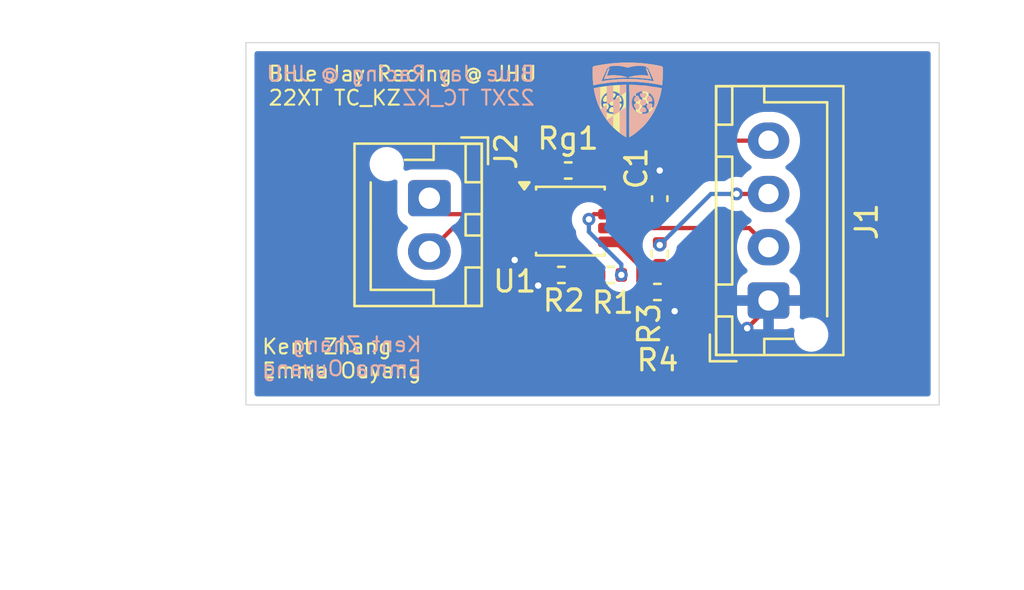
<source format=kicad_pcb>
(kicad_pcb (version 20241229) (generator "pcbnew") (generator_version "9.0")
  (layers (0 "F.Cu" signal) (2 "B.Cu" signal) (13 "F.Paste" user) (15 "B.Paste" user) (5 "F.SilkS" user "F.Silkscreen") (7 "B.SilkS" user "B.Silkscreen") (1 "F.Mask" user) (3 "B.Mask" user) (25 "Edge.Cuts" user))
  (net 0 "")
  (net 1 "5V_buck")
  (net 2 "GND")
  (net 3 "5V_ref")
  (net 4 "TC_OUT")
  (net 5 "TC-")
  (net 6 "TC+")
  (net 7 "Net-(U1-Ref)")
  (net 8 "Net-(Rg1-Pad1)")
  (net 9 "Net-(Rg1-Pad2)")
  (footprint "Connector_JST:JST_XH_B4B-XH-AM_1x04_P2.50mm_Vertical" (layer "F.Cu") (at 143 88.6 90)
    (property "Reference" "J1" (at 3.7 4.6 90) (layer "F.SilkS"))
    (property "Value" "Conn_01x04")
    (pad "" np_thru_hole circle (at -1.6 2 90) (size 1.2 1.2) (drill 1.2) (layers "*.Cu" "*.Mask"))
    (pad "1" thru_hole roundrect (at 0 0 90) (size 1.7 1.95) (drill 0.95) (layers "*.Cu" "*.Mask") (roundrect_rratio 0.147059) (net 2 "GND"))
    (pad "2" thru_hole oval (at 2.5 0 90) (size 1.7 1.95) (drill 0.95) (layers "*.Cu" "*.Mask") (net 4 "TC_OUT"))
    (pad "3" thru_hole oval (at 5 0 90) (size 1.7 1.95) (drill 0.95) (layers "*.Cu" "*.Mask") (net 3 "5V_ref"))
    (pad "4" thru_hole oval (at 7.5 0 90) (size 1.7 1.95) (drill 0.95) (layers "*.Cu" "*.Mask") (net 1 "5V_buck"))
  )
  (footprint "Resistor_SMD:R_0402_1005Metric" (layer "F.Cu") (at 135.59 87.4 180)
    (property "Reference" "R1" (at -0.11 -1.3 0) (layer "F.SilkS"))
    (property "Value" "10k")
    (pad "1" smd roundrect (at -0.51 0 180) (size 0.54 0.64) (layers "F.Cu" "F.Mask" "F.Paste") (net 1 "5V_buck"))
    (pad "2" smd roundrect (at 0.51 0 180) (size 0.54 0.64) (layers "F.Cu" "F.Mask" "F.Paste") (net 6 "TC+"))
  )
  (footprint "22xt_tc:BJR_LOGO" (layer "F.Cu") (at 136.4 79.2)
    (property "Reference" "G***" (hide yes))
    (property "Value" "BJR_LOGO" (hide yes))
  )
  (footprint "Connector_JST:JST_XH_B2B-XH-AM_1x02_P2.50mm_Vertical" (layer "F.Cu") (at 127.1 83.8 -90)
    (property "Reference" "J2" (at -2.2 -3.6 270) (layer "F.SilkS"))
    (property "Value" "Conn_01x02")
    (pad "" np_thru_hole circle (at -1.6 2 270) (size 1.2 1.2) (drill 1.2) (layers "*.Cu" "*.Mask"))
    (pad "1" thru_hole roundrect (at 0 0 270) (size 1.7 2) (drill 1) (layers "*.Cu" "*.Mask") (roundrect_rratio 0.147059) (net 5 "TC-"))
    (pad "2" thru_hole oval (at 2.5 0 270) (size 1.7 2) (drill 1) (layers "*.Cu" "*.Mask") (net 6 "TC+"))
  )
  (footprint "Resistor_SMD:R_0402_1005Metric" (layer "F.Cu") (at 133.29 87.4 180)
    (property "Reference" "R2" (at -0.11 -1.2 180) (layer "F.SilkS"))
    (property "Value" "10k")
    (pad "1" smd roundrect (at -0.51 0 180) (size 0.54 0.64) (layers "F.Cu" "F.Mask" "F.Paste") (net 6 "TC+"))
    (pad "2" smd roundrect (at 0.51 0 180) (size 0.54 0.64) (layers "F.Cu" "F.Mask" "F.Paste") (net 2 "GND"))
  )
  (footprint "Resistor_SMD:R_0402_1005Metric" (layer "F.Cu") (at 137.79 88.2)
    (property "Reference" "R4" (at 0.01 3.2 0) (layer "F.SilkS"))
    (property "Value" "100")
    (pad "1" smd roundrect (at -0.51 0) (size 0.54 0.64) (layers "F.Cu" "F.Mask" "F.Paste") (net 7 "Net-(U1-Ref)"))
    (pad "2" smd roundrect (at 0.51 0) (size 0.54 0.64) (layers "F.Cu" "F.Mask" "F.Paste") (net 2 "GND"))
  )
  (footprint "Resistor_SMD:R_0402_1005Metric" (layer "F.Cu") (at 133.61 82.5)
    (property "Reference" "Rg1" (at -0.01 -1.5 0) (layer "F.SilkS"))
    (property "Value" "137")
    (pad "1" smd roundrect (at -0.51 0) (size 0.54 0.64) (layers "F.Cu" "F.Mask" "F.Paste") (net 8 "Net-(Rg1-Pad1)"))
    (pad "2" smd roundrect (at 0.51 0) (size 0.54 0.64) (layers "F.Cu" "F.Mask" "F.Paste") (net 9 "Net-(Rg1-Pad2)"))
  )
  (footprint "Resistor_SMD:R_0402_1005Metric" (layer "F.Cu") (at 137.9 86.41 -90)
    (property "Reference" "R3" (at 3.29 0.5 90) (layer "F.SilkS"))
    (property "Value" "49.3k")
    (pad "1" smd roundrect (at -0.51 0 270) (size 0.54 0.64) (layers "F.Cu" "F.Mask" "F.Paste") (net 3 "5V_ref"))
    (pad "2" smd roundrect (at 0.51 0 270) (size 0.54 0.64) (layers "F.Cu" "F.Mask" "F.Paste") (net 7 "Net-(U1-Ref)"))
  )
  (footprint "Package_SO:VSSOP-8_3x3mm_P0.65mm" (layer "F.Cu") (at 133.7125 84.875)
    (property "Reference" "U1" (at -2.6125 2.825 0) (layer "F.SilkS"))
    (property "Value" "INA333xxDGK")
    (pad "1" smd roundrect (at -2.1125 -0.975) (size 1.625 0.5) (layers "F.Cu" "F.Mask" "F.Paste") (net 8 "Net-(Rg1-Pad1)"))
    (pad "2" smd roundrect (at -2.1125 -0.325) (size 1.625 0.5) (layers "F.Cu" "F.Mask" "F.Paste") (net 5 "TC-"))
    (pad "3" smd roundrect (at -2.1125 0.325) (size 1.625 0.5) (layers "F.Cu" "F.Mask" "F.Paste") (net 6 "TC+"))
    (pad "4" smd roundrect (at -2.1125 0.975) (size 1.625 0.5) (layers "F.Cu" "F.Mask" "F.Paste") (net 2 "GND"))
    (pad "5" smd roundrect (at 2.1125 0.975) (size 1.625 0.5) (layers "F.Cu" "F.Mask" "F.Paste") (net 7 "Net-(U1-Ref)"))
    (pad "6" smd roundrect (at 2.1125 0.325) (size 1.625 0.5) (layers "F.Cu" "F.Mask" "F.Paste") (net 4 "TC_OUT"))
    (pad "7" smd roundrect (at 2.1125 -0.325) (size 1.625 0.5) (layers "F.Cu" "F.Mask" "F.Paste") (net 1 "5V_buck"))
    (pad "8" smd roundrect (at 2.1125 -0.975) (size 1.625 0.5) (layers "F.Cu" "F.Mask" "F.Paste") (net 9 "Net-(Rg1-Pad2)"))
  )
  (footprint "Capacitor_SMD:C_0402_1005Metric" (layer "F.Cu") (at 137.9 83.82 90)
    (property "Reference" "C1" (at 1.42 -1.1 90) (layer "F.SilkS"))
    (property "Value" ".1 uF")
    (pad "1" smd roundrect (at -0.48 0 90) (size 0.56 0.62) (layers "F.Cu" "F.Mask" "F.Paste") (net 1 "5V_buck"))
    (pad "2" smd roundrect (at 0.48 0 90) (size 0.56 0.62) (layers "F.Cu" "F.Mask" "F.Paste") (net 2 "GND"))
  )
  (footprint "22xt_tc:BJR_LOGO" (layer "B.Cu") (at 136.4 79.2 180)
    (property "Reference" "G***" (hide yes))
    (property "Value" "BJR_LOGO" (hide yes))
  )
  (gr_rect (start 118.5 76.5) (end 151 93.5) (stroke (width 0.05)) (fill no) (layer "Edge.Cuts"))
  (gr_text "Kent Zhang\nEmma Ouyang" (at 119.2 92.3 0) (layer "F.SilkS") (effects (font (size 0.7 0.7) (thickness 0.1)) (justify left bottom)))
  (gr_text "Blue Jay Racing @ JHU\n22XT TC_KZ" (at 119.5 79.5 0) (layer "F.SilkS") (effects (font (size 0.7 0.7) (thickness 0.1)) (justify left bottom)))
  (gr_text "Blue Jay Racing @ JHU\n22XT TC_KZ" (at 132.1 79.5 0) (layer "B.SilkS") (effects (font (size 0.7 0.7) (thickness 0.1)) (justify left bottom mirror)))
  (gr_text "Kent Zhang\nEmma Ouyang" (at 126.8 92.2 0) (layer "B.SilkS") (effects (font (size 0.7 0.7) (thickness 0.1)) (justify left bottom mirror)))
  (segment (start 141.1 81.1) (end 143 81.1) (width 0.2) (layer "F.Cu") (net 1))
  (segment (start 135.825 84.55) (end 137.65 84.55) (width 0.2) (layer "F.Cu") (net 1))
  (segment (start 135.825 84.55) (end 134.818616 84.55) (width 0.2) (layer "F.Cu") (net 1))
  (segment (start 137.9 84.3) (end 141.1 81.1) (width 0.2) (layer "F.Cu") (net 1))
  (segment (start 134.818616 84.55) (end 134.579607 84.789009) (width 0.2) (layer "F.Cu") (net 1))
  (segment (start 137.65 84.55) (end 137.9 84.3) (width 0.2) (layer "F.Cu") (net 1))
  (via (at 136.1 87.4) (size 0.6) (drill 0.3) (layers "F.Cu" "B.Cu") (net 1))
  (via (at 134.579607 84.789009) (size 0.6) (drill 0.3) (layers "F.Cu" "B.Cu") (net 1))
  (segment (start 134.579607 85.379607) (end 136.1 86.9) (width 0.2) (layer "B.Cu") (net 1))
  (segment (start 134.579607 84.789009) (end 134.579607 85.379607) (width 0.2) (layer "B.Cu") (net 1))
  (segment (start 136.1 86.9) (end 136.1 87.4) (width 0.2) (layer "B.Cu") (net 1))
  (segment (start 131.6 86.2) (end 131.1 86.7) (width 0.2) (layer "F.Cu") (net 2))
  (segment (start 132.7 87.4) (end 132.2 87.9) (width 0.2) (layer "F.Cu") (net 2))
  (segment (start 143 88.9) (end 142 89.9) (width 0.2) (layer "F.Cu") (net 2))
  (segment (start 132.78 87.4) (end 132.7 87.4) (width 0.2) (layer "F.Cu") (net 2))
  (segment (start 138.3 88.2) (end 138.3 88.8) (width 0.2) (layer "F.Cu") (net 2))
  (segment (start 138.3 88.8) (end 138.6 89.1) (width 0.2) (layer "F.Cu") (net 2))
  (segment (start 143 88.6) (end 143 88.9) (width 0.2) (layer "F.Cu") (net 2))
  (segment (start 137.9 83.34) (end 137.9 82.5) (width 0.2) (layer "F.Cu") (net 2))
  (segment (start 131.6 85.85) (end 131.6 86.2) (width 0.2) (layer "F.Cu") (net 2))
  (via (at 138.6 89.1) (size 0.6) (drill 0.3) (layers "F.Cu" "B.Cu") (net 2))
  (via (at 132.2 87.9) (size 0.6) (drill 0.3) (layers "F.Cu" "B.Cu") (net 2))
  (via (at 131.1 86.7) (size 0.6) (drill 0.3) (layers "F.Cu" "B.Cu") (net 2))
  (via (at 142 89.9) (size 0.6) (drill 0.3) (layers "F.Cu" "B.Cu") (net 2))
  (via (at 137.9 82.5) (size 0.6) (drill 0.3) (layers "F.Cu" "B.Cu") (net 2))
  (segment (start 141.5 83.6) (end 143 83.6) (width 0.2) (layer "F.Cu") (net 3))
  (segment (start 137.9 85.9) (end 137.9 86) (width 0.2) (layer "F.Cu") (net 3))
  (via (at 141.5 83.6) (size 0.6) (drill 0.3) (layers "F.Cu" "B.Cu") (net 3))
  (via (at 137.9 86) (size 0.6) (drill 0.3) (layers "F.Cu" "B.Cu") (net 3))
  (segment (start 140.3 83.6) (end 141.5 83.6) (width 0.2) (layer "B.Cu") (net 3))
  (segment (start 137.9 86) (end 140.3 83.6) (width 0.2) (layer "B.Cu") (net 3))
  (segment (start 142.1 85.2) (end 143 86.1) (width 0.2) (layer "F.Cu") (net 4))
  (segment (start 135.825 85.2) (end 142.1 85.2) (width 0.2) (layer "F.Cu") (net 4))
  (segment (start 127.1 83.8) (end 127.85 84.55) (width 0.2) (layer "F.Cu") (net 5))
  (segment (start 127.85 84.55) (end 131.6 84.55) (width 0.2) (layer "F.Cu") (net 5))
  (segment (start 127.1 86.3) (end 128.2 85.2) (width 0.2) (layer "F.Cu") (net 6))
  (segment (start 128.2 85.2) (end 131.6 85.2) (width 0.2) (layer "F.Cu") (net 6))
  (segment (start 132.412499 85.2) (end 131.6 85.2) (width 0.2) (layer "F.Cu") (net 6))
  (segment (start 133.8 87.4) (end 135.08 87.4) (width 0.2) (layer "F.Cu") (net 6))
  (segment (start 133.8 87.4) (end 133.8 86.587501) (width 0.2) (layer "F.Cu") (net 6))
  (segment (start 133.8 86.587501) (end 132.412499 85.2) (width 0.2) (layer "F.Cu") (net 6))
  (segment (start 136.9 87.7) (end 136.9 86.925) (width 0.2) (layer "F.Cu") (net 7))
  (segment (start 137.28 88.2) (end 137.28 88.08) (width 0.2) (layer "F.Cu") (net 7))
  (segment (start 137.9 87) (end 137.7 87.2) (width 0.2) (layer "F.Cu") (net 7))
  (segment (start 136.9 86.925) (end 135.825 85.85) (width 0.2) (layer "F.Cu") (net 7))
  (segment (start 137.175 87.2) (end 136.9 86.925) (width 0.2) (layer "F.Cu") (net 7))
  (segment (start 137.7 87.2) (end 137.175 87.2) (width 0.2) (layer "F.Cu") (net 7))
  (segment (start 137.28 88.08) (end 136.9 87.7) (width 0.2) (layer "F.Cu") (net 7))
  (segment (start 137.9 86.92) (end 137.9 87) (width 0.2) (layer "F.Cu") (net 7))
  (segment (start 133.1 82.5) (end 133 82.5) (width 0.2) (layer "F.Cu") (net 8))
  (segment (start 133 82.5) (end 131.6 83.9) (width 0.2) (layer "F.Cu") (net 8))
  (segment (start 134.12 82.5) (end 134.425 82.5) (width 0.2) (layer "F.Cu") (net 9))
  (segment (start 134.425 82.5) (end 135.825 83.9) (width 0.2) (layer "F.Cu") (net 9))
  (zone (net 2) (net_name "GND") (layer "B.Cu") (connect_pads (clearance 0.5)) (min_thickness 0.25) (fill yes (thermal_gap 0.5) (thermal_bridge_width 0.5))
    (polygon (pts (xy 117 74.5) (xy 155 75) (xy 154.5 97.5) (xy 114 96.5)))
  )
)
</source>
